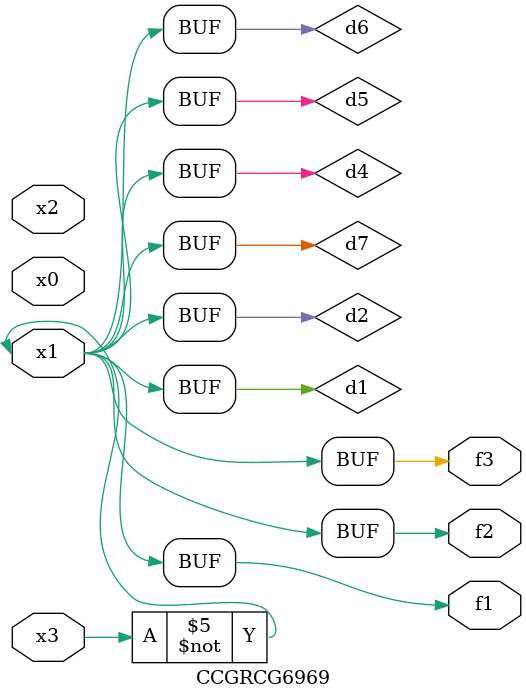
<source format=v>
module CCGRCG6969(
	input x0, x1, x2, x3,
	output f1, f2, f3
);

	wire d1, d2, d3, d4, d5, d6, d7;

	not (d1, x3);
	buf (d2, x1);
	xnor (d3, d1, d2);
	nor (d4, d1);
	buf (d5, d1, d2);
	buf (d6, d4, d5);
	nand (d7, d4);
	assign f1 = d6;
	assign f2 = d7;
	assign f3 = d6;
endmodule

</source>
